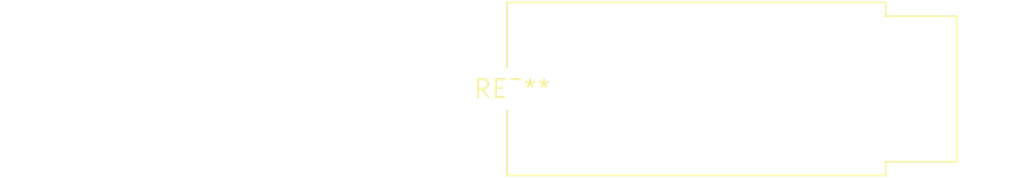
<source format=kicad_pcb>
(kicad_pcb (version 20240108) (generator pcbnew)
  (layers (0 "F.Cu" signal) (31 "B.Cu" signal) (34 "B.Paste" user) (35 "F.Paste" user) (36 "B.SilkS" user "B.Silkscreen") (37 "F.SilkS" user "F.Silkscreen") (38 "B.Mask" user) (39 "F.Mask" user) (44 "Edge.Cuts" user))
  (net 0 "")
  (footprint "Fuseholder_Cylinder-5x20mm_Schurter_FAB_0031-355x_Horizontal_Closed" (layer "F.Cu") (at 0 0)
    (property "Reference" "REF**")
    (property "Value" "Fuseholder_Cylinder-5x20mm_Schurter_FAB_0031-355x_Horizontal_Closed")
    (fp_line (start -0.35 -6.1) (end -0.35 -1.5) (layer "F.SilkS") (stroke (width 0.12)))
    (fp_line (start -0.35 1.5) (end -0.35 6.1) (layer "F.SilkS") (stroke (width 0.12)))
    (fp_line (start -0.35 6.1) (end 26.35 6.1) (layer "F.SilkS") (stroke (width 0.12)))
    (fp_line (start 26.35 -6.1) (end -0.35 -6.1) (layer "F.SilkS") (stroke (width 0.12)))
    (fp_line (start 26.35 -5.13) (end 26.35 -6.1) (layer "F.SilkS") (stroke (width 0.12)))
    (fp_line (start 26.35 -5.13) (end 31.35 -5.13) (layer "F.SilkS") (stroke (width 0.12)))
    (fp_line (start 26.35 5.13) (end 26.35 6.1) (layer "F.SilkS") (stroke (width 0.12)))
    (fp_line (start 31.35 -5.13) (end 31.35 5.13) (layer "F.SilkS") (stroke (width 0.12)))
    (fp_line (start 31.35 5.13) (end 26.35 5.13) (layer "F.SilkS") (stroke (width 0.12)))
    (pad "1" thru_hole rect (at 0 0) (size 2.5 2.5) (drill 1.3) (layers *.Cu *.Mask) (remove_unused_layers))
    (pad "2" thru_hole circle (at 10 0) (size 2.5 2.5) (drill 1.3) (layers *.Cu *.Mask) (remove_unused_layers))
  )
)
</source>
